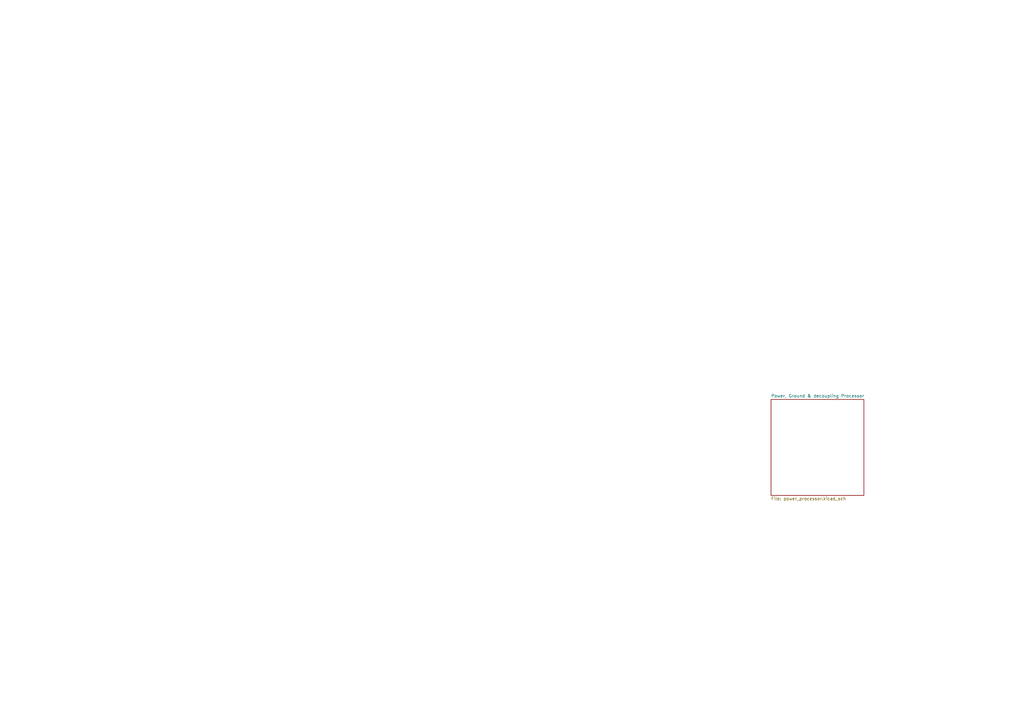
<source format=kicad_sch>
(kicad_sch (version 20230121) (generator eeschema)
  (paper "A3")
  (title_block (title "CPU circuit") (date "2023-04-05") (rev "A"))
  (lib_symbols)
  (sheet (at 316.23 163.83) (size 38.1 39.37) (stroke (width 0.1524))
    (property "Sheetname" "Power, Ground & decoupling Processor" (at 316.23 163.1184 0) (effects (justify left bottom)))
    (property "Sheetfile" "power_processor.kicad_sch" (at 316.23 203.7846 0) (effects (justify left top)))
  )
)
</source>
